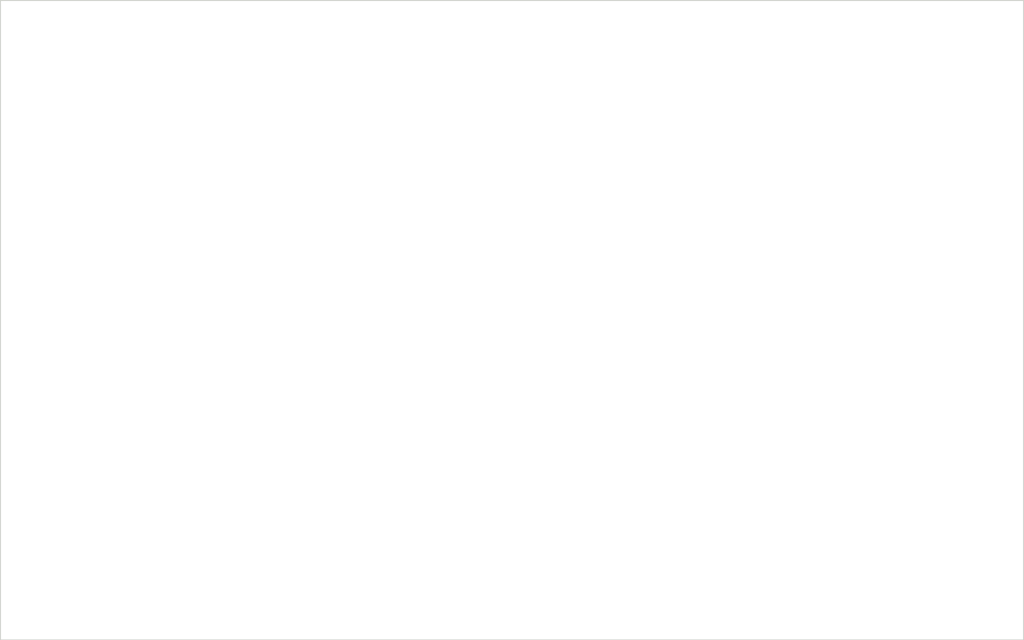
<source format=kicad_pcb>
(kicad_pcb (version 4) (host pcbnew 4.0.4-stable)

  (general
    (links 0)
    (no_connects 0)
    (area 0 0 0 0)
    (thickness 1.6)
    (drawings 4)
    (tracks 0)
    (zones 0)
    (modules 0)
    (nets 1)
  )

  (page A4)
  (layers
    (0 F.Cu signal)
    (31 B.Cu signal)
    (32 B.Adhes user)
    (33 F.Adhes user)
    (34 B.Paste user)
    (35 F.Paste user)
    (36 B.SilkS user)
    (37 F.SilkS user)
    (38 B.Mask user)
    (39 F.Mask user)
    (40 Dwgs.User user)
    (41 Cmts.User user)
    (42 Eco1.User user)
    (43 Eco2.User user)
    (44 Edge.Cuts user)
    (45 Margin user)
    (46 B.CrtYd user)
    (47 F.CrtYd user)
    (48 B.Fab user)
    (49 F.Fab user)
  )

  (setup
    (last_trace_width 0.25)
    (trace_clearance 0.2)
    (zone_clearance 0.508)
    (zone_45_only no)
    (trace_min 0.2)
    (segment_width 0.2)
    (edge_width 0.15)
    (via_size 0.6)
    (via_drill 0.4)
    (via_min_size 0.4)
    (via_min_drill 0.3)
    (uvia_size 0.3)
    (uvia_drill 0.1)
    (uvias_allowed no)
    (uvia_min_size 0.2)
    (uvia_min_drill 0.1)
    (pcb_text_width 0.3)
    (pcb_text_size 1.5 1.5)
    (mod_edge_width 0.15)
    (mod_text_size 1 1)
    (mod_text_width 0.15)
    (pad_size 1.524 1.524)
    (pad_drill 0.762)
    (pad_to_mask_clearance 0.2)
    (aux_axis_origin 0 0)
    (visible_elements FFFFFF7F)
    (pcbplotparams
      (layerselection 0x00030_80000001)
      (usegerberextensions false)
      (excludeedgelayer true)
      (linewidth 0.100000)
      (plotframeref false)
      (viasonmask false)
      (mode 1)
      (useauxorigin false)
      (hpglpennumber 1)
      (hpglpenspeed 20)
      (hpglpendiameter 15)
      (hpglpenoverlay 2)
      (psnegative false)
      (psa4output false)
      (plotreference true)
      (plotvalue true)
      (plotinvisibletext false)
      (padsonsilk false)
      (subtractmaskfromsilk false)
      (outputformat 1)
      (mirror false)
      (drillshape 1)
      (scaleselection 1)
      (outputdirectory ""))
  )

  (net 0 "")

  (net_class Default "This is the default net class."
    (clearance 0.2)
    (trace_width 0.25)
    (via_dia 0.6)
    (via_drill 0.4)
    (uvia_dia 0.3)
    (uvia_drill 0.1)
  )

  (gr_line (start 50 40) (end 50 140) (angle 90) (layer Edge.Cuts) (width 0.15))
  (gr_line (start 210 40) (end 50 40) (angle 90) (layer Edge.Cuts) (width 0.15))
  (gr_line (start 210 140) (end 210 40) (angle 90) (layer Edge.Cuts) (width 0.15))
  (gr_line (start 50 140) (end 210 140) (angle 90) (layer Edge.Cuts) (width 0.15))

)

</source>
